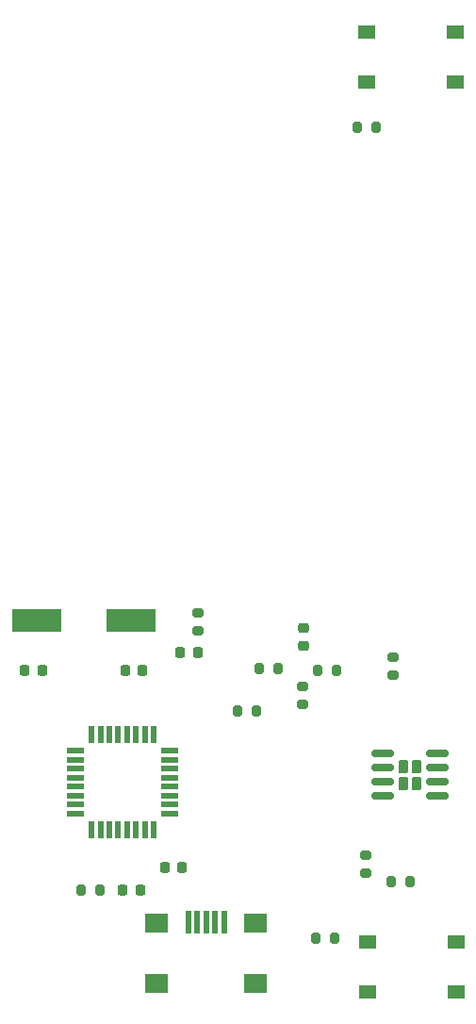
<source format=gtp>
%TF.GenerationSoftware,KiCad,Pcbnew,6.0.6*%
%TF.CreationDate,2022-07-20T10:20:16+02:00*%
%TF.ProjectId,H_vfTimer,48e47666-5469-46d6-9572-2e6b69636164,rev?*%
%TF.SameCoordinates,Original*%
%TF.FileFunction,Paste,Top*%
%TF.FilePolarity,Positive*%
%FSLAX46Y46*%
G04 Gerber Fmt 4.6, Leading zero omitted, Abs format (unit mm)*
G04 Created by KiCad (PCBNEW 6.0.6) date 2022-07-20 10:20:16*
%MOMM*%
%LPD*%
G01*
G04 APERTURE LIST*
G04 Aperture macros list*
%AMRoundRect*
0 Rectangle with rounded corners*
0 $1 Rounding radius*
0 $2 $3 $4 $5 $6 $7 $8 $9 X,Y pos of 4 corners*
0 Add a 4 corners polygon primitive as box body*
4,1,4,$2,$3,$4,$5,$6,$7,$8,$9,$2,$3,0*
0 Add four circle primitives for the rounded corners*
1,1,$1+$1,$2,$3*
1,1,$1+$1,$4,$5*
1,1,$1+$1,$6,$7*
1,1,$1+$1,$8,$9*
0 Add four rect primitives between the rounded corners*
20,1,$1+$1,$2,$3,$4,$5,0*
20,1,$1+$1,$4,$5,$6,$7,0*
20,1,$1+$1,$6,$7,$8,$9,0*
20,1,$1+$1,$8,$9,$2,$3,0*%
G04 Aperture macros list end*
%ADD10R,0.500000X2.000000*%
%ADD11R,2.000000X1.700000*%
%ADD12R,1.550000X1.300000*%
%ADD13RoundRect,0.225000X0.225000X0.250000X-0.225000X0.250000X-0.225000X-0.250000X0.225000X-0.250000X0*%
%ADD14RoundRect,0.225000X-0.250000X0.225000X-0.250000X-0.225000X0.250000X-0.225000X0.250000X0.225000X0*%
%ADD15RoundRect,0.200000X0.200000X0.275000X-0.200000X0.275000X-0.200000X-0.275000X0.200000X-0.275000X0*%
%ADD16RoundRect,0.200000X0.275000X-0.200000X0.275000X0.200000X-0.275000X0.200000X-0.275000X-0.200000X0*%
%ADD17R,4.500000X2.000000*%
%ADD18RoundRect,0.218750X-0.218750X-0.256250X0.218750X-0.256250X0.218750X0.256250X-0.218750X0.256250X0*%
%ADD19RoundRect,0.200000X-0.275000X0.200000X-0.275000X-0.200000X0.275000X-0.200000X0.275000X0.200000X0*%
%ADD20R,0.550000X1.600000*%
%ADD21R,1.600000X0.550000*%
%ADD22RoundRect,0.218750X0.218750X0.256250X-0.218750X0.256250X-0.218750X-0.256250X0.218750X-0.256250X0*%
%ADD23RoundRect,0.225000X-0.225000X-0.250000X0.225000X-0.250000X0.225000X0.250000X-0.225000X0.250000X0*%
%ADD24RoundRect,0.200000X-0.200000X-0.275000X0.200000X-0.275000X0.200000X0.275000X-0.200000X0.275000X0*%
%ADD25RoundRect,0.230000X0.230000X0.375000X-0.230000X0.375000X-0.230000X-0.375000X0.230000X-0.375000X0*%
%ADD26RoundRect,0.150000X0.825000X0.150000X-0.825000X0.150000X-0.825000X-0.150000X0.825000X-0.150000X0*%
G04 APERTURE END LIST*
D10*
X120320000Y-129380000D03*
X121120000Y-129380000D03*
X121920000Y-129380000D03*
X122720000Y-129380000D03*
X123520000Y-129380000D03*
D11*
X117470000Y-134930000D03*
X126370000Y-134930000D03*
X126370000Y-129480000D03*
X117470000Y-129480000D03*
D12*
X144285000Y-49455000D03*
X136335000Y-49455000D03*
X144285000Y-53955000D03*
X136335000Y-53955000D03*
D13*
X107185000Y-106830000D03*
X105635000Y-106830000D03*
D14*
X130635000Y-103005000D03*
X130635000Y-104555000D03*
D15*
X133435000Y-130855000D03*
X131785000Y-130855000D03*
D16*
X121185000Y-103280000D03*
X121185000Y-101630000D03*
D15*
X128335000Y-106605000D03*
X126685000Y-106605000D03*
D17*
X106660000Y-102330000D03*
X115160000Y-102330000D03*
D16*
X130610000Y-109855000D03*
X130610000Y-108205000D03*
D15*
X126410000Y-110455000D03*
X124760000Y-110455000D03*
D18*
X115972500Y-126480000D03*
X114397500Y-126480000D03*
D19*
X136210000Y-123355000D03*
X136210000Y-125005000D03*
D15*
X140185000Y-125755000D03*
X138535000Y-125755000D03*
D13*
X116185000Y-106830000D03*
X114635000Y-106830000D03*
D12*
X136385000Y-131205000D03*
X144335000Y-131205000D03*
X136385000Y-135705000D03*
X144335000Y-135705000D03*
D19*
X138660000Y-105580000D03*
X138660000Y-107230000D03*
D20*
X117210000Y-112580000D03*
X116410000Y-112580000D03*
X115610000Y-112580000D03*
X114810000Y-112580000D03*
X114010000Y-112580000D03*
X113210000Y-112580000D03*
X112410000Y-112580000D03*
X111610000Y-112580000D03*
D21*
X110160000Y-114030000D03*
X110160000Y-114830000D03*
X110160000Y-115630000D03*
X110160000Y-116430000D03*
X110160000Y-117230000D03*
X110160000Y-118030000D03*
X110160000Y-118830000D03*
X110160000Y-119630000D03*
D20*
X111610000Y-121080000D03*
X112410000Y-121080000D03*
X113210000Y-121080000D03*
X114010000Y-121080000D03*
X114810000Y-121080000D03*
X115610000Y-121080000D03*
X116410000Y-121080000D03*
X117210000Y-121080000D03*
D21*
X118660000Y-119630000D03*
X118660000Y-118830000D03*
X118660000Y-118030000D03*
X118660000Y-117230000D03*
X118660000Y-116430000D03*
X118660000Y-115630000D03*
X118660000Y-114830000D03*
X118660000Y-114030000D03*
D22*
X121147500Y-105180000D03*
X119572500Y-105180000D03*
D23*
X118210000Y-124480000D03*
X119760000Y-124480000D03*
D24*
X131945000Y-106830000D03*
X133595000Y-106830000D03*
D15*
X137155000Y-58005000D03*
X135505000Y-58005000D03*
D25*
X139640000Y-115430000D03*
X140780000Y-116930000D03*
X139640000Y-116930000D03*
X140780000Y-115430000D03*
D26*
X142685000Y-118085000D03*
X142685000Y-116815000D03*
X142685000Y-115545000D03*
X142685000Y-114275000D03*
X137735000Y-114275000D03*
X137735000Y-115545000D03*
X137735000Y-116815000D03*
X137735000Y-118085000D03*
D15*
X112360000Y-126505000D03*
X110710000Y-126505000D03*
M02*

</source>
